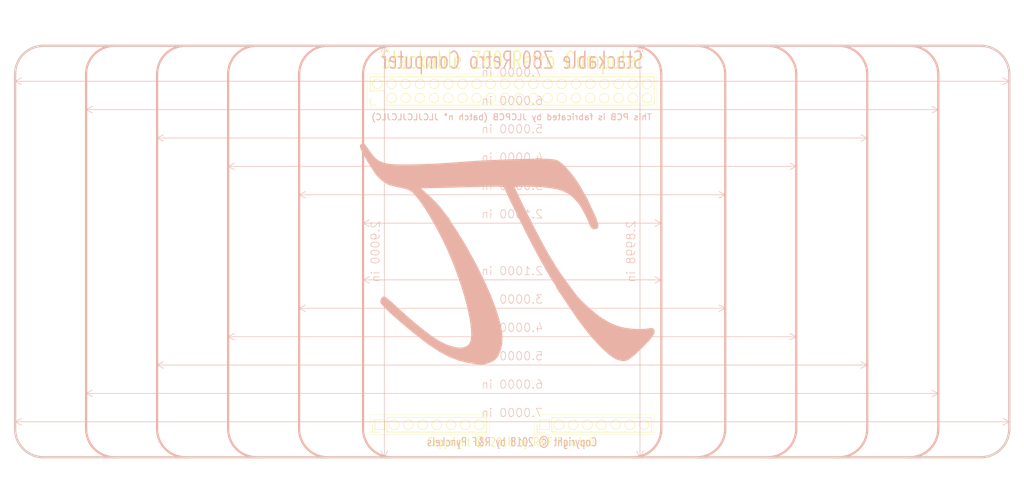
<source format=kicad_pcb>
(kicad_pcb (version 20171130) (host pcbnew "(5.0.0)")

  (general
    (thickness 1.6)
    (drawings 197)
    (tracks 0)
    (zones 0)
    (modules 21)
    (nets 1)
  )

  (page A4)
  (title_block
    (title "S80 - Stackable Z80")
    (date 2018-10-22)
    (rev 1.0)
    (comment 1 "Copyright (c) 2018 by R&F Pynckels")
  )

  (layers
    (0 F.Cu signal)
    (31 B.Cu signal)
    (34 B.Paste user)
    (35 F.Paste user)
    (36 B.SilkS user)
    (37 F.SilkS user)
    (38 B.Mask user)
    (39 F.Mask user)
    (40 Dwgs.User user)
    (44 Edge.Cuts user)
    (45 Margin user)
    (46 B.CrtYd user)
    (47 F.CrtYd user)
    (48 B.Fab user)
    (49 F.Fab user)
  )

  (setup
    (last_trace_width 0.1524)
    (user_trace_width 0.254)
    (user_trace_width 0.254)
    (user_trace_width 0.254)
    (user_trace_width 0.254)
    (user_trace_width 0.254)
    (user_trace_width 0.254)
    (user_trace_width 0.254)
    (user_trace_width 0.254)
    (user_trace_width 0.254)
    (user_trace_width 0.254)
    (user_trace_width 0.254)
    (user_trace_width 0.254)
    (user_trace_width 0.254)
    (user_trace_width 0.254)
    (user_trace_width 0.254)
    (user_trace_width 0.254)
    (user_trace_width 0.254)
    (user_trace_width 0.254)
    (user_trace_width 0.254)
    (user_trace_width 0.254)
    (trace_clearance 0.1524)
    (zone_clearance 0.1524)
    (zone_45_only yes)
    (trace_min 0.1524)
    (segment_width 0.2)
    (edge_width 0.2)
    (via_size 0.6858)
    (via_drill 0.3302)
    (via_min_size 0.508)
    (via_min_drill 0.254)
    (uvia_size 0.6858)
    (uvia_drill 0.3302)
    (uvias_allowed no)
    (uvia_min_size 0.2)
    (uvia_min_drill 0.1)
    (pcb_text_width 0.3)
    (pcb_text_size 1.5 1.5)
    (mod_edge_width 0.15)
    (mod_text_size 1 1)
    (mod_text_width 0.15)
    (pad_size 1.7 1.7)
    (pad_drill 1)
    (pad_to_mask_clearance 0.0508)
    (aux_axis_origin 0 0)
    (visible_elements 7FFFF77F)
    (pcbplotparams
      (layerselection 0x010f0_ffffffff)
      (usegerberextensions true)
      (usegerberattributes true)
      (usegerberadvancedattributes false)
      (creategerberjobfile false)
      (excludeedgelayer true)
      (linewidth 0.150000)
      (plotframeref false)
      (viasonmask false)
      (mode 1)
      (useauxorigin false)
      (hpglpennumber 1)
      (hpglpenspeed 20)
      (hpglpendiameter 15.000000)
      (psnegative false)
      (psa4output false)
      (plotreference true)
      (plotvalue true)
      (plotinvisibletext false)
      (padsonsilk false)
      (subtractmaskfromsilk false)
      (outputformat 1)
      (mirror false)
      (drillshape 0)
      (scaleselection 1)
      (outputdirectory "../../Gerbers/S80 Serial/"))
  )

  (net 0 "")

  (net_class Default "This is the default net class."
    (clearance 0.1524)
    (trace_width 0.1524)
    (via_dia 0.6858)
    (via_drill 0.3302)
    (uvia_dia 0.6858)
    (uvia_drill 0.3302)
    (diff_pair_gap 0.254)
    (diff_pair_width 0.254)
  )

  (module Pynckels:MountingHole_3.2mm_M3 (layer F.Cu) (tedit 5B69AE9A) (tstamp 5B4B5E50)
    (at 78.74 71.12)
    (descr "Mounting Hole 3.2mm, no annular, M3")
    (tags "mounting hole 3.2mm no annular m3")
    (attr virtual)
    (fp_text reference REF** (at 0 -4.2) (layer F.SilkS) hide
      (effects (font (size 1 1) (thickness 0.15)))
    )
    (fp_text value MountingHole_3.2mm_M3 (at 0 4.2) (layer F.Fab) hide
      (effects (font (size 1 1) (thickness 0.15)))
    )
    (fp_circle (center 0 0) (end 3.45 0) (layer F.CrtYd) (width 0.05))
    (fp_text user %R (at 0.3 0) (layer F.Fab) hide
      (effects (font (size 1 1) (thickness 0.15)))
    )
    (pad 1 np_thru_hole circle (at 0 0) (size 3.2 3.2) (drill 3.2) (layers *.Cu *.Mask))
  )

  (module Pynckels:MountingHole_3.2mm_M3 (layer F.Cu) (tedit 5B69A9B9) (tstamp 5B4B6034)
    (at 233.68 137.16)
    (descr "Mounting Hole 3.2mm, no annular, M3")
    (tags "mounting hole 3.2mm no annular m3")
    (attr virtual)
    (fp_text reference REF** (at 0 -4.2) (layer F.SilkS) hide
      (effects (font (size 1 1) (thickness 0.15)))
    )
    (fp_text value MountingHole_3.2mm_M3 (at 0 4.2) (layer F.Fab) hide
      (effects (font (size 1 1) (thickness 0.15)))
    )
    (fp_circle (center 0 0) (end 3.45 0) (layer F.CrtYd) (width 0.05))
    (fp_text user %R (at 0.3 0) (layer F.Fab) hide
      (effects (font (size 1 1) (thickness 0.15)))
    )
    (pad 1 np_thru_hole circle (at 0 0) (size 3.2 3.2) (drill 3.2) (layers *.Cu *.Mask))
  )

  (module Pynckels:MountingHole_3.2mm_M3 (layer F.Cu) (tedit 5B69A9B0) (tstamp 5B4B5EF0)
    (at 220.98 137.16)
    (descr "Mounting Hole 3.2mm, no annular, M3")
    (tags "mounting hole 3.2mm no annular m3")
    (attr virtual)
    (fp_text reference REF** (at 0 -4.2) (layer F.SilkS) hide
      (effects (font (size 1 1) (thickness 0.15)))
    )
    (fp_text value MountingHole_3.2mm_M3 (at 0 4.2) (layer F.Fab) hide
      (effects (font (size 1 1) (thickness 0.15)))
    )
    (fp_circle (center 0 0) (end 3.45 0) (layer F.CrtYd) (width 0.05))
    (fp_text user %R (at 0.3 0) (layer F.Fab) hide
      (effects (font (size 1 1) (thickness 0.15)))
    )
    (pad 1 np_thru_hole circle (at 0 0) (size 3.2 3.2) (drill 3.2) (layers *.Cu *.Mask))
  )

  (module Pynckels:MountingHole_3.2mm_M3 (layer F.Cu) (tedit 5B69A9A9) (tstamp 5B4B5EE7)
    (at 208.28 137.16)
    (descr "Mounting Hole 3.2mm, no annular, M3")
    (tags "mounting hole 3.2mm no annular m3")
    (attr virtual)
    (fp_text reference REF** (at 0 -4.2) (layer F.SilkS) hide
      (effects (font (size 1 1) (thickness 0.15)))
    )
    (fp_text value MountingHole_3.2mm_M3 (at 0 4.2) (layer F.Fab) hide
      (effects (font (size 1 1) (thickness 0.15)))
    )
    (fp_circle (center 0 0) (end 3.45 0) (layer F.CrtYd) (width 0.05))
    (fp_text user %R (at 0.3 0) (layer F.Fab) hide
      (effects (font (size 1 1) (thickness 0.15)))
    )
    (pad 1 np_thru_hole circle (at 0 0) (size 3.2 3.2) (drill 3.2) (layers *.Cu *.Mask))
  )

  (module Pynckels:MountingHole_3.2mm_M3 (layer F.Cu) (tedit 5B69A998) (tstamp 5B4B5EDE)
    (at 195.58 137.16)
    (descr "Mounting Hole 3.2mm, no annular, M3")
    (tags "mounting hole 3.2mm no annular m3")
    (attr virtual)
    (fp_text reference REF** (at 0 -4.2) (layer F.SilkS) hide
      (effects (font (size 1 1) (thickness 0.15)))
    )
    (fp_text value MountingHole_3.2mm_M3 (at 0 4.2) (layer F.Fab) hide
      (effects (font (size 1 1) (thickness 0.15)))
    )
    (fp_circle (center 0 0) (end 3.45 0) (layer F.CrtYd) (width 0.05))
    (fp_text user %R (at 0.3 0) (layer F.Fab) hide
      (effects (font (size 1 1) (thickness 0.15)))
    )
    (pad 1 np_thru_hole circle (at 0 0) (size 3.2 3.2) (drill 3.2) (layers *.Cu *.Mask))
  )

  (module Pynckels:MountingHole_3.2mm_M3 (layer F.Cu) (tedit 5B69A99C) (tstamp 5B4B5ED5)
    (at 182.88 137.16)
    (descr "Mounting Hole 3.2mm, no annular, M3")
    (tags "mounting hole 3.2mm no annular m3")
    (attr virtual)
    (fp_text reference REF** (at 0 -4.2) (layer F.SilkS) hide
      (effects (font (size 1 1) (thickness 0.15)))
    )
    (fp_text value MountingHole_3.2mm_M3 (at 0 4.2) (layer F.Fab) hide
      (effects (font (size 1 1) (thickness 0.15)))
    )
    (fp_circle (center 0 0) (end 3.45 0) (layer F.CrtYd) (width 0.05))
    (fp_text user %R (at 0.3 0) (layer F.Fab) hide
      (effects (font (size 1 1) (thickness 0.15)))
    )
    (pad 1 np_thru_hole circle (at 0 0) (size 3.2 3.2) (drill 3.2) (layers *.Cu *.Mask))
  )

  (module Pynckels:MountingHole_3.2mm_M3 (layer F.Cu) (tedit 5B69A98C) (tstamp 5B4B5EBA)
    (at 116.84 137.16)
    (descr "Mounting Hole 3.2mm, no annular, M3")
    (tags "mounting hole 3.2mm no annular m3")
    (attr virtual)
    (fp_text reference REF** (at 0 -4.2) (layer F.SilkS) hide
      (effects (font (size 1 1) (thickness 0.15)))
    )
    (fp_text value MountingHole_3.2mm_M3 (at 0 4.2) (layer F.Fab) hide
      (effects (font (size 1 1) (thickness 0.15)))
    )
    (fp_circle (center 0 0) (end 3.45 0) (layer F.CrtYd) (width 0.05))
    (fp_text user %R (at 0.3 0) (layer F.Fab) hide
      (effects (font (size 1 1) (thickness 0.15)))
    )
    (pad 1 np_thru_hole circle (at 0 0) (size 3.2 3.2) (drill 3.2) (layers *.Cu *.Mask))
  )

  (module Pynckels:MountingHole_3.2mm_M3 (layer F.Cu) (tedit 5B69A988) (tstamp 5B4B5EB1)
    (at 104.14 137.16)
    (descr "Mounting Hole 3.2mm, no annular, M3")
    (tags "mounting hole 3.2mm no annular m3")
    (attr virtual)
    (fp_text reference REF** (at 0 -4.2) (layer F.SilkS) hide
      (effects (font (size 1 1) (thickness 0.15)))
    )
    (fp_text value MountingHole_3.2mm_M3 (at 0 4.2) (layer F.Fab) hide
      (effects (font (size 1 1) (thickness 0.15)))
    )
    (fp_circle (center 0 0) (end 3.45 0) (layer F.CrtYd) (width 0.05))
    (fp_text user %R (at 0.3 0) (layer F.Fab) hide
      (effects (font (size 1 1) (thickness 0.15)))
    )
    (pad 1 np_thru_hole circle (at 0 0) (size 3.2 3.2) (drill 3.2) (layers *.Cu *.Mask))
  )

  (module Pynckels:MountingHole_3.2mm_M3 (layer F.Cu) (tedit 5B69A984) (tstamp 5B4B5EA8)
    (at 91.44 137.16)
    (descr "Mounting Hole 3.2mm, no annular, M3")
    (tags "mounting hole 3.2mm no annular m3")
    (attr virtual)
    (fp_text reference REF** (at 0 -4.2) (layer F.SilkS) hide
      (effects (font (size 1 1) (thickness 0.15)))
    )
    (fp_text value MountingHole_3.2mm_M3 (at 0 4.2) (layer F.Fab) hide
      (effects (font (size 1 1) (thickness 0.15)))
    )
    (fp_circle (center 0 0) (end 3.45 0) (layer F.CrtYd) (width 0.05))
    (fp_text user %R (at 0.3 0) (layer F.Fab) hide
      (effects (font (size 1 1) (thickness 0.15)))
    )
    (pad 1 np_thru_hole circle (at 0 0) (size 3.2 3.2) (drill 3.2) (layers *.Cu *.Mask))
  )

  (module Pynckels:MountingHole_3.2mm_M3 (layer F.Cu) (tedit 5B69A980) (tstamp 5B4B5E9F)
    (at 78.74 137.16)
    (descr "Mounting Hole 3.2mm, no annular, M3")
    (tags "mounting hole 3.2mm no annular m3")
    (attr virtual)
    (fp_text reference REF** (at 0 -4.2) (layer F.SilkS) hide
      (effects (font (size 1 1) (thickness 0.15)))
    )
    (fp_text value MountingHole_3.2mm_M3 (at 0 4.2) (layer F.Fab) hide
      (effects (font (size 1 1) (thickness 0.15)))
    )
    (fp_circle (center 0 0) (end 3.45 0) (layer F.CrtYd) (width 0.05))
    (fp_text user %R (at 0.3 0) (layer F.Fab) hide
      (effects (font (size 1 1) (thickness 0.15)))
    )
    (pad 1 np_thru_hole circle (at 0 0) (size 3.2 3.2) (drill 3.2) (layers *.Cu *.Mask))
  )

  (module Pynckels:MountingHole_3.2mm_M3 (layer F.Cu) (tedit 5B69A97C) (tstamp 5B4B609A)
    (at 66.04 137.16)
    (descr "Mounting Hole 3.2mm, no annular, M3")
    (tags "mounting hole 3.2mm no annular m3")
    (attr virtual)
    (fp_text reference REF** (at 0 -4.2) (layer F.SilkS) hide
      (effects (font (size 1 1) (thickness 0.15)))
    )
    (fp_text value MountingHole_3.2mm_M3 (at 0 4.2) (layer F.Fab) hide
      (effects (font (size 1 1) (thickness 0.15)))
    )
    (fp_circle (center 0 0) (end 3.45 0) (layer F.CrtYd) (width 0.05))
    (fp_text user %R (at 0.3 0) (layer F.Fab) hide
      (effects (font (size 1 1) (thickness 0.15)))
    )
    (pad 1 np_thru_hole circle (at 0 0) (size 3.2 3.2) (drill 3.2) (layers *.Cu *.Mask))
  )

  (module Pynckels:MountingHole_3.2mm_M3 (layer F.Cu) (tedit 5B69AE71) (tstamp 5B4B603B)
    (at 233.68 71.12)
    (descr "Mounting Hole 3.2mm, no annular, M3")
    (tags "mounting hole 3.2mm no annular m3")
    (attr virtual)
    (fp_text reference REF** (at 0 -4.2) (layer F.SilkS) hide
      (effects (font (size 1 1) (thickness 0.15)))
    )
    (fp_text value MountingHole_3.2mm_M3 (at 0 4.2) (layer F.Fab) hide
      (effects (font (size 1 1) (thickness 0.15)))
    )
    (fp_circle (center 0 0) (end 3.45 0) (layer F.CrtYd) (width 0.05))
    (fp_text user %R (at 0.3 0) (layer F.Fab) hide
      (effects (font (size 1 1) (thickness 0.15)))
    )
    (pad 1 np_thru_hole circle (at 0 0) (size 3.2 3.2) (drill 3.2) (layers *.Cu *.Mask))
  )

  (module Pynckels:MountingHole_3.2mm_M3 (layer F.Cu) (tedit 5B69AE76) (tstamp 5B4B5E96)
    (at 220.98 71.12)
    (descr "Mounting Hole 3.2mm, no annular, M3")
    (tags "mounting hole 3.2mm no annular m3")
    (attr virtual)
    (fp_text reference REF** (at 0 -4.2) (layer F.SilkS) hide
      (effects (font (size 1 1) (thickness 0.15)))
    )
    (fp_text value MountingHole_3.2mm_M3 (at 0 4.2) (layer F.Fab) hide
      (effects (font (size 1 1) (thickness 0.15)))
    )
    (fp_circle (center 0 0) (end 3.45 0) (layer F.CrtYd) (width 0.05))
    (fp_text user %R (at 0.3 0) (layer F.Fab) hide
      (effects (font (size 1 1) (thickness 0.15)))
    )
    (pad 1 np_thru_hole circle (at 0 0) (size 3.2 3.2) (drill 3.2) (layers *.Cu *.Mask))
  )

  (module Pynckels:MountingHole_3.2mm_M3 (layer F.Cu) (tedit 5B69AE7A) (tstamp 5B4B5E8D)
    (at 208.28 71.12)
    (descr "Mounting Hole 3.2mm, no annular, M3")
    (tags "mounting hole 3.2mm no annular m3")
    (attr virtual)
    (fp_text reference REF** (at 0 -4.2) (layer F.SilkS) hide
      (effects (font (size 1 1) (thickness 0.15)))
    )
    (fp_text value MountingHole_3.2mm_M3 (at 0 4.2) (layer F.Fab) hide
      (effects (font (size 1 1) (thickness 0.15)))
    )
    (fp_circle (center 0 0) (end 3.45 0) (layer F.CrtYd) (width 0.05))
    (fp_text user %R (at 0.3 0) (layer F.Fab) hide
      (effects (font (size 1 1) (thickness 0.15)))
    )
    (pad 1 np_thru_hole circle (at 0 0) (size 3.2 3.2) (drill 3.2) (layers *.Cu *.Mask))
  )

  (module Pynckels:MountingHole_3.2mm_M3 (layer F.Cu) (tedit 5B69AE80) (tstamp 5B4B5E84)
    (at 195.58 71.12)
    (descr "Mounting Hole 3.2mm, no annular, M3")
    (tags "mounting hole 3.2mm no annular m3")
    (attr virtual)
    (fp_text reference REF** (at 0 -4.2) (layer F.SilkS) hide
      (effects (font (size 1 1) (thickness 0.15)))
    )
    (fp_text value MountingHole_3.2mm_M3 (at 0 4.2) (layer F.Fab) hide
      (effects (font (size 1 1) (thickness 0.15)))
    )
    (fp_circle (center 0 0) (end 3.45 0) (layer F.CrtYd) (width 0.05))
    (fp_text user %R (at 0.3 0) (layer F.Fab) hide
      (effects (font (size 1 1) (thickness 0.15)))
    )
    (pad 1 np_thru_hole circle (at 0 0) (size 3.2 3.2) (drill 3.2) (layers *.Cu *.Mask))
  )

  (module Pynckels:MountingHole_3.2mm_M3 (layer F.Cu) (tedit 5B69AE84) (tstamp 5B4B5E7B)
    (at 182.88 71.12)
    (descr "Mounting Hole 3.2mm, no annular, M3")
    (tags "mounting hole 3.2mm no annular m3")
    (attr virtual)
    (fp_text reference REF** (at 0 -4.2) (layer F.SilkS) hide
      (effects (font (size 1 1) (thickness 0.15)))
    )
    (fp_text value MountingHole_3.2mm_M3 (at 0 4.2) (layer F.Fab) hide
      (effects (font (size 1 1) (thickness 0.15)))
    )
    (fp_circle (center 0 0) (end 3.45 0) (layer F.CrtYd) (width 0.05))
    (fp_text user %R (at 0.3 0) (layer F.Fab) hide
      (effects (font (size 1 1) (thickness 0.15)))
    )
    (pad 1 np_thru_hole circle (at 0 0) (size 3.2 3.2) (drill 3.2) (layers *.Cu *.Mask))
  )

  (module Pynckels:MountingHole_3.2mm_M3 (layer F.Cu) (tedit 5B69AE8B) (tstamp 5B4B5E72)
    (at 116.84 71.12)
    (descr "Mounting Hole 3.2mm, no annular, M3")
    (tags "mounting hole 3.2mm no annular m3")
    (attr virtual)
    (fp_text reference REF** (at 0 -4.2) (layer F.SilkS) hide
      (effects (font (size 1 1) (thickness 0.15)))
    )
    (fp_text value MountingHole_3.2mm_M3 (at 0 4.2) (layer F.Fab) hide
      (effects (font (size 1 1) (thickness 0.15)))
    )
    (fp_circle (center 0 0) (end 3.45 0) (layer F.CrtYd) (width 0.05))
    (fp_text user %R (at 0.3 0) (layer F.Fab) hide
      (effects (font (size 1 1) (thickness 0.15)))
    )
    (pad 1 np_thru_hole circle (at 0 0) (size 3.2 3.2) (drill 3.2) (layers *.Cu *.Mask))
  )

  (module Pynckels:MountingHole_3.2mm_M3 (layer F.Cu) (tedit 5B69AE8F) (tstamp 5B4B5E63)
    (at 104.14 71.12)
    (descr "Mounting Hole 3.2mm, no annular, M3")
    (tags "mounting hole 3.2mm no annular m3")
    (attr virtual)
    (fp_text reference REF** (at 0 -4.2) (layer F.SilkS) hide
      (effects (font (size 1 1) (thickness 0.15)))
    )
    (fp_text value MountingHole_3.2mm_M3 (at 0 4.2) (layer F.Fab) hide
      (effects (font (size 1 1) (thickness 0.15)))
    )
    (fp_circle (center 0 0) (end 3.45 0) (layer F.CrtYd) (width 0.05))
    (fp_text user %R (at 0.3 0) (layer F.Fab) hide
      (effects (font (size 1 1) (thickness 0.15)))
    )
    (pad 1 np_thru_hole circle (at 0 0) (size 3.2 3.2) (drill 3.2) (layers *.Cu *.Mask))
  )

  (module Pynckels:MountingHole_3.2mm_M3 (layer F.Cu) (tedit 5B69AE95) (tstamp 5B4B5E5A)
    (at 91.44 71.12)
    (descr "Mounting Hole 3.2mm, no annular, M3")
    (tags "mounting hole 3.2mm no annular m3")
    (attr virtual)
    (fp_text reference REF** (at 0 -4.2) (layer F.SilkS) hide
      (effects (font (size 1 1) (thickness 0.15)))
    )
    (fp_text value MountingHole_3.2mm_M3 (at 0 4.2) (layer F.Fab) hide
      (effects (font (size 1 1) (thickness 0.15)))
    )
    (fp_circle (center 0 0) (end 3.45 0) (layer F.CrtYd) (width 0.05))
    (fp_text user %R (at 0.3 0) (layer F.Fab) hide
      (effects (font (size 1 1) (thickness 0.15)))
    )
    (pad 1 np_thru_hole circle (at 0 0) (size 3.2 3.2) (drill 3.2) (layers *.Cu *.Mask))
  )

  (module Pynckels:MountingHole_3.2mm_M3 (layer F.Cu) (tedit 5B69AE9F) (tstamp 5B4B6093)
    (at 66.04 71.12)
    (descr "Mounting Hole 3.2mm, no annular, M3")
    (tags "mounting hole 3.2mm no annular m3")
    (attr virtual)
    (fp_text reference REF** (at 0 -4.2) (layer F.SilkS) hide
      (effects (font (size 1 1) (thickness 0.15)))
    )
    (fp_text value MountingHole_3.2mm_M3 (at 0 4.2) (layer F.Fab) hide
      (effects (font (size 1 1) (thickness 0.15)))
    )
    (fp_circle (center 0 0) (end 3.45 0) (layer F.CrtYd) (width 0.05))
    (fp_text user %R (at 0.3 0) (layer F.Fab) hide
      (effects (font (size 1 1) (thickness 0.15)))
    )
    (pad 1 np_thru_hole circle (at 0 0) (size 3.2 3.2) (drill 3.2) (layers *.Cu *.Mask))
  )

  (module Pynckels:pi (layer B.Cu) (tedit 0) (tstamp 5B6C2C08)
    (at 149.79142 104.14 180)
    (fp_text reference G*** (at 0 0 180) (layer B.SilkS) hide
      (effects (font (size 1.524 1.524) (thickness 0.3)) (justify mirror))
    )
    (fp_text value LOGO (at 0.75 0 180) (layer B.SilkS) hide
      (effects (font (size 1.524 1.524) (thickness 0.3)) (justify mirror))
    )
    (fp_poly (pts (xy 26.685906 19.414938) (xy 26.948481 19.23181) (xy 27.132005 19.022302) (xy 27.178549 18.825269)
      (xy 27.095306 18.524708) (xy 27.00644 18.297296) (xy 26.811077 17.884526) (xy 26.487382 17.282321)
      (xy 26.072608 16.554261) (xy 25.604006 15.763927) (xy 25.11883 14.974897) (xy 24.654332 14.250753)
      (xy 24.498601 14.017081) (xy 23.842557 13.229348) (xy 23.021589 12.514116) (xy 22.252807 12.029422)
      (xy 21.885388 11.890209) (xy 21.314411 11.727419) (xy 20.634669 11.566681) (xy 20.259524 11.490476)
      (xy 19.569141 11.344461) (xy 18.9451 11.186717) (xy 18.478309 11.0414) (xy 18.321349 10.975428)
      (xy 17.816484 10.605742) (xy 17.218235 9.984089) (xy 16.544081 9.13983) (xy 15.811502 8.102323)
      (xy 15.037979 6.900926) (xy 14.240991 5.564999) (xy 13.438019 4.1239) (xy 12.64654 2.606987)
      (xy 11.884037 1.04362) (xy 11.167988 -0.536843) (xy 10.515874 -2.105043) (xy 10.48146 -2.192262)
      (xy 9.741499 -4.158218) (xy 9.087659 -6.067576) (xy 8.524871 -7.896355) (xy 8.058068 -9.620577)
      (xy 7.692178 -11.216263) (xy 7.432134 -12.659435) (xy 7.282866 -13.926113) (xy 7.249305 -14.99232)
      (xy 7.336383 -15.834076) (xy 7.549029 -16.427403) (xy 7.552858 -16.433729) (xy 8.004044 -16.899566)
      (xy 8.642916 -17.156394) (xy 9.444135 -17.209807) (xy 10.382364 -17.065399) (xy 11.432264 -16.728766)
      (xy 12.568497 -16.205502) (xy 13.765725 -15.501201) (xy 14.687093 -14.858532) (xy 15.751082 -14.036194)
      (xy 16.951509 -13.057708) (xy 18.21544 -11.98509) (xy 19.469939 -10.880359) (xy 20.64207 -9.805531)
      (xy 20.757483 -9.696851) (xy 21.398659 -9.107935) (xy 21.970325 -8.614122) (xy 22.43159 -8.248587)
      (xy 22.741563 -8.044503) (xy 22.832867 -8.013095) (xy 23.16404 -8.146618) (xy 23.41473 -8.477642)
      (xy 23.522869 -8.901847) (xy 23.499841 -9.134147) (xy 23.340412 -9.398955) (xy 22.970416 -9.822602)
      (xy 22.419073 -10.379705) (xy 21.715599 -11.044881) (xy 20.889215 -11.792749) (xy 19.969138 -12.597926)
      (xy 18.984586 -13.435029) (xy 17.964779 -14.278677) (xy 16.938935 -15.103487) (xy 15.936273 -15.884076)
      (xy 14.98601 -16.595062) (xy 14.548557 -16.910208) (xy 12.80971 -18.039533) (xy 11.122715 -18.910889)
      (xy 9.430118 -19.54824) (xy 7.674466 -19.97555) (xy 6.906024 -20.097938) (xy 6.107417 -20.196996)
      (xy 5.518884 -20.238157) (xy 5.053383 -20.21969) (xy 4.623867 -20.139861) (xy 4.296188 -20.045973)
      (xy 3.505356 -19.734203) (xy 2.910699 -19.328023) (xy 2.460364 -18.770007) (xy 2.102498 -18.002731)
      (xy 1.904467 -17.397261) (xy 1.711912 -16.467057) (xy 1.662215 -15.442706) (xy 1.760143 -14.295446)
      (xy 2.010462 -12.996513) (xy 2.417937 -11.517142) (xy 2.987335 -9.82857) (xy 3.296507 -8.995833)
      (xy 3.602932 -8.221955) (xy 3.980056 -7.317477) (xy 4.390681 -6.36728) (xy 4.797612 -5.456242)
      (xy 5.163653 -4.669245) (xy 5.416663 -4.157738) (xy 5.695132 -3.607673) (xy 5.974648 -3.035402)
      (xy 6.016046 -2.948214) (xy 6.211632 -2.558376) (xy 6.509678 -1.993249) (xy 6.863455 -1.340558)
      (xy 7.103262 -0.907143) (xy 7.493001 -0.208132) (xy 7.884153 0.494974) (xy 8.218927 1.098223)
      (xy 8.364116 1.360714) (xy 8.675322 1.896582) (xy 8.992546 2.39926) (xy 9.174041 2.660105)
      (xy 9.399793 2.984682) (xy 9.519301 3.202602) (xy 9.525 3.228183) (xy 9.605582 3.388097)
      (xy 9.822279 3.73645) (xy 10.137517 4.21416) (xy 10.356547 4.535715) (xy 10.713292 5.066677)
      (xy 10.993462 5.508446) (xy 11.159247 5.800037) (xy 11.188095 5.876802) (xy 11.291762 6.073436)
      (xy 11.424246 6.206582) (xy 11.628699 6.431349) (xy 11.926224 6.821789) (xy 12.212513 7.234368)
      (xy 12.674844 7.837741) (xy 13.355976 8.592508) (xy 14.230242 9.472106) (xy 15.271974 10.449974)
      (xy 15.648214 10.789791) (xy 16.252976 11.331104) (xy 15.345833 11.332035) (xy 14.999422 11.336508)
      (xy 14.388088 11.348893) (xy 13.549163 11.368258) (xy 12.519976 11.393672) (xy 11.337857 11.424202)
      (xy 10.040135 11.458916) (xy 8.664141 11.496883) (xy 8.060612 11.513894) (xy 6.368459 11.559439)
      (xy 4.960387 11.591693) (xy 3.818391 11.610692) (xy 2.924464 11.616469) (xy 2.260601 11.609061)
      (xy 1.808796 11.588501) (xy 1.551042 11.554825) (xy 1.479859 11.52662) (xy 1.300204 11.281033)
      (xy 1.110426 10.88456) (xy 1.071654 10.781887) (xy 0.951343 10.498229) (xy 0.714127 9.984259)
      (xy 0.37948 9.279545) (xy -0.033128 8.423654) (xy -0.504223 7.456156) (xy -1.014334 6.416617)
      (xy -1.543988 5.344607) (xy -2.073713 4.279694) (xy -2.584036 3.261446) (xy -3.055487 2.329431)
      (xy -3.468592 1.523218) (xy -3.750676 0.982738) (xy -4.2906 -0.027212) (xy -4.859243 -1.069919)
      (xy -5.432873 -2.103776) (xy -5.987758 -3.087176) (xy -6.500167 -3.978511) (xy -6.946366 -4.736175)
      (xy -7.302624 -5.318559) (xy -7.54521 -5.684056) (xy -7.578187 -5.727709) (xy -7.780448 -6.022813)
      (xy -7.861905 -6.214778) (xy -7.94 -6.403437) (xy -8.13965 -6.747085) (xy -8.295515 -6.988139)
      (xy -8.520715 -7.325528) (xy -8.87627 -7.859851) (xy -9.325531 -8.535961) (xy -9.831853 -9.298712)
      (xy -10.274702 -9.966417) (xy -11.567826 -11.850388) (xy -12.838882 -13.572147) (xy -14.071777 -15.11364)
      (xy -15.25042 -16.456813) (xy -16.358719 -17.583612) (xy -17.380582 -18.475984) (xy -18.299916 -19.115874)
      (xy -18.556026 -19.257302) (xy -19.033668 -19.442736) (xy -19.592383 -19.581347) (xy -19.703474 -19.598924)
      (xy -20.100505 -19.615996) (xy -20.489744 -19.536618) (xy -20.913615 -19.335581) (xy -21.414544 -18.987673)
      (xy -22.034957 -18.467683) (xy -22.817278 -17.7504) (xy -22.822608 -17.745392) (xy -23.828437 -16.763586)
      (xy -24.61047 -15.920201) (xy -25.161842 -15.223718) (xy -25.475691 -14.682617) (xy -25.551191 -14.373758)
      (xy -25.488213 -13.959727) (xy -25.272079 -13.739368) (xy -24.861984 -13.692758) (xy -24.326327 -13.775747)
      (xy -23.586623 -13.867181) (xy -22.656299 -13.883656) (xy -21.636002 -13.831443) (xy -20.62638 -13.71681)
      (xy -19.728078 -13.546028) (xy -19.451562 -13.472079) (xy -18.590907 -13.189892) (xy -17.812313 -12.863036)
      (xy -17.017305 -12.443911) (xy -16.107407 -11.884915) (xy -15.930317 -11.770008) (xy -15.379065 -11.371734)
      (xy -14.7091 -10.82923) (xy -13.976458 -10.194216) (xy -13.237172 -9.518413) (xy -12.547278 -8.853539)
      (xy -11.962811 -8.251316) (xy -11.539807 -7.763463) (xy -11.433508 -7.619484) (xy -11.195417 -7.284476)
      (xy -10.837419 -6.795881) (xy -10.423238 -6.240352) (xy -10.266083 -6.031984) (xy -9.867078 -5.493691)
      (xy -9.422938 -4.876591) (xy -8.968067 -4.230756) (xy -8.536869 -3.606258) (xy -8.163749 -3.053167)
      (xy -7.883112 -2.621555) (xy -7.729361 -2.361492) (xy -7.710714 -2.312975) (xy -7.631401 -2.153381)
      (xy -7.435478 -1.853337) (xy -7.383779 -1.779802) (xy -7.070876 -1.296822) (xy -6.647216 -0.577837)
      (xy -6.13206 0.340158) (xy -5.544667 1.420166) (xy -4.904297 2.62519) (xy -4.230208 3.918235)
      (xy -3.541661 5.262304) (xy -2.857916 6.620401) (xy -2.198231 7.955529) (xy -1.581867 9.230693)
      (xy -1.028082 10.408895) (xy -0.947766 10.583334) (xy -0.496728 11.566072) (xy -1.873662 11.612831)
      (xy -2.557852 11.618745) (xy -3.435824 11.601253) (xy -4.400163 11.563686) (xy -5.343453 11.509375)
      (xy -5.449784 11.501916) (xy -6.940283 11.352604) (xy -8.182438 11.12304) (xy -9.224856 10.789997)
      (xy -10.116148 10.330248) (xy -10.904924 9.720567) (xy -11.639793 8.937727) (xy -12.118481 8.315476)
      (xy -12.418364 7.844811) (xy -12.784521 7.190084) (xy -13.168491 6.447003) (xy -13.521816 5.711276)
      (xy -13.796036 5.07861) (xy -13.898913 4.799137) (xy -14.181491 4.267483) (xy -14.583182 3.996206)
      (xy -15.047458 3.994043) (xy -15.317038 4.120134) (xy -15.464557 4.351094) (xy -15.484645 4.713544)
      (xy -15.371929 5.234101) (xy -15.121037 5.939386) (xy -14.726599 6.856015) (xy -14.275629 7.818746)
      (xy -13.996393 8.408408) (xy -13.774389 8.891907) (xy -13.637463 9.20772) (xy -13.607143 9.295857)
      (xy -13.53352 9.463839) (xy -13.348144 9.78807) (xy -13.252092 9.943778) (xy -12.9537 10.43881)
      (xy -12.631013 11.004176) (xy -12.530317 11.188095) (xy -11.938698 12.189173) (xy -11.252683 13.191356)
      (xy -10.515175 14.143549) (xy -9.769074 14.994652) (xy -9.057283 15.693568) (xy -8.422705 16.189198)
      (xy -8.239881 16.29818) (xy -7.844894 16.434447) (xy -7.2224 16.531183) (xy -6.339584 16.593037)
      (xy -6.086648 16.60316) (xy -5.350741 16.615643) (xy -4.36169 16.612105) (xy -3.168214 16.594239)
      (xy -1.819029 16.563741) (xy -0.362856 16.522305) (xy 1.151589 16.471626) (xy 2.675588 16.413398)
      (xy 4.160423 16.349316) (xy 5.557375 16.281076) (xy 6.817727 16.210371) (xy 7.89276 16.138895)
      (xy 8.391071 16.099556) (xy 10.176582 15.958869) (xy 11.963048 15.83922) (xy 13.716887 15.741476)
      (xy 15.404514 15.666501) (xy 16.992347 15.615161) (xy 18.446803 15.58832) (xy 19.734296 15.586843)
      (xy 20.821245 15.611596) (xy 21.674066 15.663443) (xy 22.255356 15.742438) (xy 23.062117 15.954938)
      (xy 23.720746 16.241838) (xy 24.29317 16.650455) (xy 24.84132 17.228103) (xy 25.427122 18.022101)
      (xy 25.623737 18.316054) (xy 25.957777 18.8045) (xy 26.247017 19.193243) (xy 26.438679 19.412153)
      (xy 26.46247 19.430533) (xy 26.685906 19.414938)) (layer B.SilkS) (width 0.01))
  )

  (gr_line (start 127.4826 133.8392) (end 127.4826 136.4554) (layer F.SilkS) (width 0.1) (tstamp 5B4CA403))
  (gr_line (start 127.4826 133.8392) (end 145.3134 133.8646) (layer F.SilkS) (width 0.1) (tstamp 5B4CA402))
  (gr_line (start 126.1872 136.4808) (end 124.8664 136.4808) (layer F.SilkS) (width 0.1) (tstamp 5B4CA401))
  (gr_line (start 145.3134 133.8646) (end 145.3134 136.4808) (layer F.SilkS) (width 0.1) (tstamp 5B4CA400))
  (gr_line (start 124.8664 136.4808) (end 124.8664 135.16) (layer F.SilkS) (width 0.1) (tstamp 5B4CA3FF))
  (gr_line (start 145.7706 133.382) (end 124.4346 133.382) (layer F.SilkS) (width 0.05) (tstamp 5B4CA3FE))
  (gr_line (start 145.7706 136.938) (end 145.7706 133.382) (layer F.SilkS) (width 0.05) (tstamp 5B4CA3FD))
  (gr_line (start 145.3134 136.4808) (end 127.4826 136.4554) (layer F.SilkS) (width 0.1) (tstamp 5B4CA3FC))
  (gr_circle (center 131.2926 135.16) (end 132.1054 134.8806) (layer F.SilkS) (width 0.1) (tstamp 5B4CA3FB))
  (gr_circle (center 141.4526 135.16) (end 140.9192 134.4488) (layer F.SilkS) (width 0.1) (tstamp 5B4CA3FA))
  (gr_circle (center 143.9926 135.16) (end 143.129 135.1854) (layer F.SilkS) (width 0.1) (tstamp 5B4CA3F9))
  (gr_circle (center 136.3472 135.16) (end 135.5852 134.7282) (layer F.SilkS) (width 0.1) (tstamp 5B4CA3F8))
  (gr_line (start 124.4346 136.938) (end 145.7706 136.938) (layer F.SilkS) (width 0.05) (tstamp 5B4CA3F7))
  (gr_circle (center 138.9126 135.1346) (end 138.2268 134.6266) (layer F.SilkS) (width 0.1) (tstamp 5B4CA3F6))
  (gr_line (start 127.0762 136.0236) (end 127.0762 134.2964) (layer F.SilkS) (width 0.1) (tstamp 5B4CA3F5))
  (gr_line (start 127.0762 134.2964) (end 125.3236 134.2964) (layer F.SilkS) (width 0.1) (tstamp 5B4CA3F4))
  (gr_line (start 125.3236 134.2964) (end 125.3236 136.0236) (layer F.SilkS) (width 0.1) (tstamp 5B4CA3F3))
  (gr_circle (center 133.858 135.16) (end 133.1722 134.6012) (layer F.SilkS) (width 0.1) (tstamp 5B4CA3F2))
  (gr_line (start 125.3236 136.0236) (end 127.0762 136.0236) (layer F.SilkS) (width 0.1) (tstamp 5B4CA3F1))
  (gr_circle (center 128.778 135.16) (end 128.016 134.7028) (layer F.SilkS) (width 0.1) (tstamp 5B4CA3F0))
  (gr_line (start 124.4346 133.382) (end 124.4346 136.938) (layer F.SilkS) (width 0.05) (tstamp 5B4CA3EF))
  (dimension 73.654524 (width 0.1) (layer B.SilkS)
    (gr_text "2.8998 in" (at 171.014524 104.142738 270) (layer B.SilkS)
      (effects (font (size 1.5 1.5) (thickness 0.1)) (justify mirror))
    )
    (feature1 (pts (xy 175.26 140.97) (xy 172.128103 140.97)))
    (feature2 (pts (xy 175.26 67.315476) (xy 172.128103 67.315476)))
    (crossbar (pts (xy 172.714524 67.315476) (xy 172.714524 140.97)))
    (arrow1a (pts (xy 172.714524 140.97) (xy 172.128103 139.843496)))
    (arrow1b (pts (xy 172.714524 140.97) (xy 173.300945 139.843496)))
    (arrow2a (pts (xy 172.714524 67.315476) (xy 172.128103 68.44198)))
    (arrow2b (pts (xy 172.714524 67.315476) (xy 173.300945 68.44198)))
  )
  (dimension 73.66 (width 0.1) (layer B.SilkS)
    (gr_text "73.660 mm" (at 128.7 104.14 90) (layer B.SilkS)
      (effects (font (size 1.5 1.5) (thickness 0.1)) (justify mirror))
    )
    (feature1 (pts (xy 124.46 67.31) (xy 127.586421 67.31)))
    (feature2 (pts (xy 124.46 140.97) (xy 127.586421 140.97)))
    (crossbar (pts (xy 127 140.97) (xy 127 67.31)))
    (arrow1a (pts (xy 127 67.31) (xy 127.586421 68.436504)))
    (arrow1b (pts (xy 127 67.31) (xy 126.413579 68.436504)))
    (arrow2a (pts (xy 127 140.97) (xy 127.586421 139.843496)))
    (arrow2b (pts (xy 127 140.97) (xy 126.413579 139.843496)))
  )
  (gr_text "Copyright © 2018 by R&F Pynckels" (at 149.82952 138.24712) (layer B.SilkS) (tstamp 5B4B6224)
    (effects (font (size 1.5 1.1) (thickness 0.15)) (justify mirror))
  )
  (gr_text "Stackable Z80 Retro Computer" (at 149.86 69.9102) (layer B.SilkS) (tstamp 5B69C1E5)
    (effects (font (size 3 2) (thickness 0.25)) (justify mirror))
  )
  (gr_text "Copyright © 2018 by R&F Pynckels" (at 149.82952 138.24712) (layer F.SilkS) (tstamp 5B4B612B)
    (effects (font (size 1.5 1.1) (thickness 0.15)))
  )
  (gr_text "Stackable Z80 Retro Computer" (at 149.86 69.9102) (layer F.SilkS) (tstamp 5B69C1E2)
    (effects (font (size 3 2) (thickness 0.25)))
  )
  (dimension 177.8 (width 0.1) (layer B.SilkS)
    (gr_text "7.0 in" (at 149.86 132.52) (layer B.SilkS)
      (effects (font (size 1.5 1.5) (thickness 0.1)) (justify mirror))
    )
    (feature1 (pts (xy 60.96 134.62) (xy 60.96 134.033579)))
    (feature2 (pts (xy 238.76 134.62) (xy 238.76 134.033579)))
    (crossbar (pts (xy 238.76 134.62) (xy 60.96 134.62)))
    (arrow1a (pts (xy 60.96 134.62) (xy 62.086504 134.033579)))
    (arrow1b (pts (xy 60.96 134.62) (xy 62.086504 135.206421)))
    (arrow2a (pts (xy 238.76 134.62) (xy 237.633496 134.033579)))
    (arrow2b (pts (xy 238.76 134.62) (xy 237.633496 135.206421)))
  )
  (dimension 177.8 (width 0.1) (layer B.SilkS)
    (gr_text "177.8 mm" (at 149.86 75.76) (layer B.SilkS)
      (effects (font (size 1.5 1.5) (thickness 0.1)) (justify mirror))
    )
    (feature1 (pts (xy 238.76 73.66) (xy 238.76 74.246421)))
    (feature2 (pts (xy 60.96 73.66) (xy 60.96 74.246421)))
    (crossbar (pts (xy 60.96 73.66) (xy 238.76 73.66)))
    (arrow1a (pts (xy 238.76 73.66) (xy 237.633496 74.246421)))
    (arrow1b (pts (xy 238.76 73.66) (xy 237.633496 73.073579)))
    (arrow2a (pts (xy 60.96 73.66) (xy 62.086504 74.246421)))
    (arrow2b (pts (xy 60.96 73.66) (xy 62.086504 73.073579)))
  )
  (gr_line (start 233.68 67.31) (end 66.04 67.31) (layer B.SilkS) (width 0.4) (tstamp 5B69C1F8))
  (gr_line (start 233.68 140.97) (end 66.04 140.97) (layer B.SilkS) (width 0.4))
  (gr_arc (start 66.04 135.89) (end 60.96 135.89) (angle -90) (layer B.SilkS) (width 0.4) (tstamp 5B4B6056))
  (gr_arc (start 66.04 72.39) (end 66.04 67.31) (angle -90) (layer B.SilkS) (width 0.4) (tstamp 5B4B6055))
  (gr_line (start 60.96 72.39) (end 60.96 135.89) (layer B.SilkS) (width 0.4) (tstamp 5B4B6054))
  (gr_arc (start 233.68 135.89) (end 233.68 140.97) (angle -90) (layer B.SilkS) (width 0.4) (tstamp 5B4B6033))
  (gr_line (start 238.76 72.39) (end 238.76 135.89) (layer B.SilkS) (width 0.4) (tstamp 5B4B6032))
  (gr_arc (start 233.68 72.39) (end 238.76 72.39) (angle -90) (layer B.SilkS) (width 0.4) (tstamp 5B4B6031))
  (gr_circle (center 171.440233 76.66) (end 172.227633 76.3298) (layer F.SilkS) (width 0.1) (tstamp 5B4B6463))
  (gr_circle (center 140.960233 76.66) (end 141.747633 76.3298) (layer F.SilkS) (width 0.1) (tstamp 5B4B62EF))
  (gr_circle (center 156.200233 76.66) (end 156.987633 76.3298) (layer F.SilkS) (width 0.1) (tstamp 5B4B62ED))
  (gr_circle (center 173.974367 76.66) (end 174.761767 76.3298) (layer F.SilkS) (width 0.1) (tstamp 5B4B6169))
  (gr_circle (center 173.980233 74.12) (end 174.767633 73.7898) (layer F.SilkS) (width 0.1) (tstamp 5B4B6165))
  (gr_circle (center 171.440233 74.12) (end 172.227633 73.7898) (layer F.SilkS) (width 0.1) (tstamp 5B4B6163))
  (gr_circle (center 166.354367 74.12) (end 167.141767 73.7898) (layer F.SilkS) (width 0.1) (tstamp 5B4B6157))
  (gr_circle (center 161.254833 74.12) (end 162.042233 73.7898) (layer F.SilkS) (width 0.1) (tstamp 5B4B6156))
  (gr_circle (center 168.894367 76.66) (end 169.681767 76.3298) (layer F.SilkS) (width 0.1) (tstamp 5B4B6155))
  (gr_circle (center 166.328967 76.66) (end 167.116367 76.3298) (layer F.SilkS) (width 0.1) (tstamp 5B4B6154))
  (gr_circle (center 158.734367 76.66) (end 159.521767 76.3298) (layer F.SilkS) (width 0.1) (tstamp 5B4B6153))
  (gr_circle (center 163.820233 74.12) (end 164.607633 73.7898) (layer F.SilkS) (width 0.1) (tstamp 5B4B6152))
  (gr_circle (center 161.274367 76.66) (end 162.061767 76.3298) (layer F.SilkS) (width 0.1) (tstamp 5B4B6151))
  (gr_circle (center 163.814367 76.66) (end 164.601767 76.3298) (layer F.SilkS) (width 0.1) (tstamp 5B4B6150))
  (gr_circle (center 158.740233 74.12) (end 159.527633 73.7898) (layer F.SilkS) (width 0.1) (tstamp 5B4B614F))
  (gr_circle (center 168.894367 74.12) (end 169.681767 73.7898) (layer F.SilkS) (width 0.1) (tstamp 5B4B614E))
  (gr_circle (center 156.200233 74.12) (end 156.987633 73.7898) (layer F.SilkS) (width 0.1) (tstamp 5B4B614D))
  (gr_circle (center 151.088967 76.66) (end 151.876367 76.3298) (layer F.SilkS) (width 0.1) (tstamp 5B4B6141))
  (gr_circle (center 143.500233 74.12) (end 144.287633 73.7898) (layer F.SilkS) (width 0.1) (tstamp 5B4B6140))
  (gr_circle (center 143.494367 76.66) (end 144.281767 76.3298) (layer F.SilkS) (width 0.1) (tstamp 5B4B613F))
  (gr_circle (center 140.960233 74.12) (end 141.747633 73.7898) (layer F.SilkS) (width 0.1) (tstamp 5B4B613E))
  (gr_circle (center 153.654367 76.66) (end 154.441767 76.3298) (layer F.SilkS) (width 0.1) (tstamp 5B4B613D))
  (gr_circle (center 153.654367 74.12) (end 154.441767 73.7898) (layer F.SilkS) (width 0.1) (tstamp 5B4B613C))
  (gr_circle (center 146.014833 74.12) (end 146.802233 73.7898) (layer F.SilkS) (width 0.1) (tstamp 5B4B613B))
  (gr_circle (center 148.580233 74.12) (end 149.367633 73.7898) (layer F.SilkS) (width 0.1) (tstamp 5B4B613A))
  (gr_circle (center 146.034367 76.66) (end 146.821767 76.3298) (layer F.SilkS) (width 0.1) (tstamp 5B4B6139))
  (gr_circle (center 148.574367 76.66) (end 149.361767 76.3298) (layer F.SilkS) (width 0.1) (tstamp 5B4B6138))
  (gr_circle (center 151.114367 74.12) (end 151.901767 73.7898) (layer F.SilkS) (width 0.1) (tstamp 5B4B6137))
  (gr_circle (center 125.745633 74.12) (end 126.533033 73.7898) (layer F.SilkS) (width 0.1) (tstamp 5B4B5EC9))
  (gr_circle (center 128.285633 74.12) (end 129.073033 73.7898) (layer F.SilkS) (width 0.1) (tstamp 5B4B5EC7))
  (gr_circle (center 130.800233 74.12) (end 131.587633 73.7898) (layer F.SilkS) (width 0.1) (tstamp 5B4B5EC5))
  (gr_circle (center 133.365633 74.12) (end 134.153033 73.7898) (layer F.SilkS) (width 0.1) (tstamp 5B4B5EC3))
  (gr_circle (center 135.899767 74.12) (end 136.687167 73.7898) (layer F.SilkS) (width 0.1) (tstamp 5B4B5E83))
  (gr_circle (center 138.439767 74.12) (end 139.227167 73.7898) (layer F.SilkS) (width 0.1) (tstamp 5B4B5E81))
  (gr_circle (center 138.439767 76.66) (end 139.227167 76.3298) (layer F.SilkS) (width 0.1) (tstamp 5B4B5E7F))
  (gr_circle (center 135.874367 76.66) (end 136.661767 76.3298) (layer F.SilkS) (width 0.1) (tstamp 5B4B5E7D))
  (gr_circle (center 133.359767 76.66) (end 134.147167 76.3298) (layer F.SilkS) (width 0.1) (tstamp 5B4B5E7B))
  (gr_circle (center 130.819767 76.66) (end 131.607167 76.3298) (layer F.SilkS) (width 0.1) (tstamp 5B4B5E79))
  (gr_circle (center 128.279767 76.66) (end 129.067167 76.3298) (layer F.SilkS) (width 0.1))
  (gr_line (start 124.46 77.93) (end 125.73 77.93) (layer F.SilkS) (width 0.1))
  (gr_line (start 124.46 76.66) (end 124.46 77.93) (layer F.SilkS) (width 0.1))
  (gr_line (start 175.26 72.85) (end 124.46 72.85) (layer F.SilkS) (width 0.1))
  (gr_line (start 175.26 77.93) (end 175.26 72.85) (layer F.SilkS) (width 0.1))
  (gr_line (start 127 77.93) (end 175.26 77.93) (layer F.SilkS) (width 0.1))
  (gr_line (start 127 75.39) (end 127 77.93) (layer F.SilkS) (width 0.1))
  (gr_line (start 124.46 75.39) (end 127 75.39) (layer F.SilkS) (width 0.1))
  (gr_line (start 124.46 72.85) (end 124.46 75.39) (layer F.SilkS) (width 0.1))
  (gr_line (start 175.768 72.342) (end 123.952 72.342) (layer F.SilkS) (width 0.05))
  (gr_line (start 175.768 78.438) (end 175.768 72.342) (layer F.SilkS) (width 0.05))
  (gr_line (start 123.952 78.438) (end 175.768 78.438) (layer F.SilkS) (width 0.05))
  (gr_line (start 123.952 72.342) (end 123.952 78.438) (layer F.SilkS) (width 0.05))
  (gr_line (start 175.2346 133.382) (end 153.8986 133.382) (layer F.SilkS) (width 0.05) (tstamp 5B4B6180))
  (gr_line (start 175.2346 136.938) (end 175.2346 133.382) (layer F.SilkS) (width 0.05) (tstamp 5B4B6165))
  (gr_line (start 153.8986 136.938) (end 175.2346 136.938) (layer F.SilkS) (width 0.05) (tstamp 5B4B6174))
  (gr_line (start 153.8986 133.382) (end 153.8986 136.938) (layer F.SilkS) (width 0.05) (tstamp 5B4B6171))
  (gr_circle (center 173.4566 135.16) (end 172.593 135.1854) (layer F.SilkS) (width 0.1) (tstamp 5B4B6183))
  (gr_circle (center 170.9166 135.16) (end 170.3832 134.4488) (layer F.SilkS) (width 0.1) (tstamp 5B4B617D))
  (gr_circle (center 168.3766 135.1346) (end 167.6908 134.6266) (layer F.SilkS) (width 0.1) (tstamp 5B4B617A))
  (gr_circle (center 165.8112 135.16) (end 165.0492 134.7282) (layer F.SilkS) (width 0.1) (tstamp 5B4B6177))
  (gr_circle (center 163.322 135.16) (end 162.6362 134.6012) (layer F.SilkS) (width 0.1) (tstamp 5B4B616E))
  (gr_circle (center 160.7566 135.16) (end 161.5694 134.8806) (layer F.SilkS) (width 0.1) (tstamp 5B4B6162))
  (gr_circle (center 158.242 135.16) (end 157.48 134.7028) (layer F.SilkS) (width 0.1) (tstamp 5B4B616B))
  (gr_line (start 154.7876 136.0236) (end 156.5402 136.0236) (layer F.SilkS) (width 0.1) (tstamp 5B4B6168))
  (gr_line (start 154.7876 134.2964) (end 154.7876 136.0236) (layer F.SilkS) (width 0.1) (tstamp 5B4B615C))
  (gr_line (start 156.5402 134.2964) (end 154.7876 134.2964) (layer F.SilkS) (width 0.1) (tstamp 5B4B6153))
  (gr_line (start 156.5402 136.0236) (end 156.5402 134.2964) (layer F.SilkS) (width 0.1) (tstamp 5B4B6159))
  (gr_line (start 174.7774 136.4808) (end 156.9466 136.4554) (layer F.SilkS) (width 0.1) (tstamp 5B4B614A))
  (gr_line (start 174.7774 133.8646) (end 174.7774 136.4808) (layer F.SilkS) (width 0.1) (tstamp 5B4B6147))
  (gr_line (start 156.9466 133.8392) (end 174.7774 133.8646) (layer F.SilkS) (width 0.1) (tstamp 5B4B6156))
  (gr_line (start 156.9466 133.8392) (end 156.9466 136.4554) (layer F.SilkS) (width 0.1) (tstamp 5B4B6150))
  (gr_line (start 154.3304 136.4808) (end 154.3304 135.16) (layer F.SilkS) (width 0.1) (tstamp 5B4B615F))
  (gr_line (start 155.6512 136.4808) (end 154.3304 136.4808) (layer F.SilkS) (width 0.1) (tstamp 5B4B614D))
  (dimension 53.34 (width 0.1) (layer B.SilkS)
    (gr_text "2.1 in" (at 149.86 107.12) (layer B.SilkS)
      (effects (font (size 1.5 1.5) (thickness 0.1)) (justify mirror))
    )
    (feature1 (pts (xy 123.19 109.22) (xy 123.19 108.633579)))
    (feature2 (pts (xy 176.53 109.22) (xy 176.53 108.633579)))
    (crossbar (pts (xy 176.53 109.22) (xy 123.19 109.22)))
    (arrow1a (pts (xy 123.19 109.22) (xy 124.316504 108.633579)))
    (arrow1b (pts (xy 123.19 109.22) (xy 124.316504 109.806421)))
    (arrow2a (pts (xy 176.53 109.22) (xy 175.403496 108.633579)))
    (arrow2b (pts (xy 176.53 109.22) (xy 175.403496 109.806421)))
  )
  (dimension 53.34 (width 0.1) (layer B.SilkS)
    (gr_text "53.3 mm" (at 149.86 101.16) (layer B.SilkS)
      (effects (font (size 1.5 1.5) (thickness 0.1)) (justify mirror))
    )
    (feature1 (pts (xy 176.53 99.06) (xy 176.53 99.646421)))
    (feature2 (pts (xy 123.19 99.06) (xy 123.19 99.646421)))
    (crossbar (pts (xy 123.19 99.06) (xy 176.53 99.06)))
    (arrow1a (pts (xy 176.53 99.06) (xy 175.403496 99.646421)))
    (arrow1b (pts (xy 176.53 99.06) (xy 175.403496 98.473579)))
    (arrow2a (pts (xy 123.19 99.06) (xy 124.316504 99.646421)))
    (arrow2b (pts (xy 123.19 99.06) (xy 124.316504 98.473579)))
  )
  (dimension 76.2 (width 0.1) (layer B.SilkS)
    (gr_text "76.2 mm" (at 149.86 96.08) (layer B.SilkS)
      (effects (font (size 1.5 1.5) (thickness 0.1)) (justify mirror))
    )
    (feature1 (pts (xy 187.96 93.98) (xy 187.96 94.566421)))
    (feature2 (pts (xy 111.76 93.98) (xy 111.76 94.566421)))
    (crossbar (pts (xy 111.76 93.98) (xy 187.96 93.98)))
    (arrow1a (pts (xy 187.96 93.98) (xy 186.833496 94.566421)))
    (arrow1b (pts (xy 187.96 93.98) (xy 186.833496 93.393579)))
    (arrow2a (pts (xy 111.76 93.98) (xy 112.886504 94.566421)))
    (arrow2b (pts (xy 111.76 93.98) (xy 112.886504 93.393579)))
  )
  (dimension 101.6 (width 0.1) (layer B.SilkS)
    (gr_text "101.6 mm" (at 149.86 91) (layer B.SilkS)
      (effects (font (size 1.5 1.5) (thickness 0.1)) (justify mirror))
    )
    (feature1 (pts (xy 200.66 88.9) (xy 200.66 89.486421)))
    (feature2 (pts (xy 99.06 88.9) (xy 99.06 89.486421)))
    (crossbar (pts (xy 99.06 88.9) (xy 200.66 88.9)))
    (arrow1a (pts (xy 200.66 88.9) (xy 199.533496 89.486421)))
    (arrow1b (pts (xy 200.66 88.9) (xy 199.533496 88.313579)))
    (arrow2a (pts (xy 99.06 88.9) (xy 100.186504 89.486421)))
    (arrow2b (pts (xy 99.06 88.9) (xy 100.186504 88.313579)))
  )
  (dimension 127 (width 0.1) (layer B.SilkS) (tstamp 5B4B6289)
    (gr_text "127.0 mm" (at 149.86 85.92) (layer B.SilkS) (tstamp 5B4B6289)
      (effects (font (size 1.5 1.5) (thickness 0.1)) (justify mirror))
    )
    (feature1 (pts (xy 213.36 83.82) (xy 213.36 84.406421)))
    (feature2 (pts (xy 86.36 83.82) (xy 86.36 84.406421)))
    (crossbar (pts (xy 86.36 83.82) (xy 213.36 83.82)))
    (arrow1a (pts (xy 213.36 83.82) (xy 212.233496 84.406421)))
    (arrow1b (pts (xy 213.36 83.82) (xy 212.233496 83.233579)))
    (arrow2a (pts (xy 86.36 83.82) (xy 87.486504 84.406421)))
    (arrow2b (pts (xy 86.36 83.82) (xy 87.486504 83.233579)))
  )
  (dimension 152.4 (width 0.1) (layer B.SilkS) (tstamp 5B4B6273)
    (gr_text "152.4 mm" (at 149.86 80.84) (layer B.SilkS) (tstamp 5B4B6273)
      (effects (font (size 1.5 1.5) (thickness 0.1)) (justify mirror))
    )
    (feature1 (pts (xy 226.06 78.74) (xy 226.06 79.326421)))
    (feature2 (pts (xy 73.66 78.74) (xy 73.66 79.326421)))
    (crossbar (pts (xy 73.66 78.74) (xy 226.06 78.74)))
    (arrow1a (pts (xy 226.06 78.74) (xy 224.933496 79.326421)))
    (arrow1b (pts (xy 226.06 78.74) (xy 224.933496 78.153579)))
    (arrow2a (pts (xy 73.66 78.74) (xy 74.786504 79.326421)))
    (arrow2b (pts (xy 73.66 78.74) (xy 74.786504 78.153579)))
  )
  (dimension 76.2 (width 0.1) (layer B.SilkS)
    (gr_text "3.0 in" (at 149.86 112.2) (layer B.SilkS)
      (effects (font (size 1.5 1.5) (thickness 0.1)) (justify mirror))
    )
    (feature1 (pts (xy 111.76 114.3) (xy 111.76 113.713579)))
    (feature2 (pts (xy 187.96 114.3) (xy 187.96 113.713579)))
    (crossbar (pts (xy 187.96 114.3) (xy 111.76 114.3)))
    (arrow1a (pts (xy 111.76 114.3) (xy 112.886504 113.713579)))
    (arrow1b (pts (xy 111.76 114.3) (xy 112.886504 114.886421)))
    (arrow2a (pts (xy 187.96 114.3) (xy 186.833496 113.713579)))
    (arrow2b (pts (xy 187.96 114.3) (xy 186.833496 114.886421)))
  )
  (dimension 101.6 (width 0.1) (layer B.SilkS)
    (gr_text "4.0 in" (at 149.86 117.28) (layer B.SilkS)
      (effects (font (size 1.5 1.5) (thickness 0.1)) (justify mirror))
    )
    (feature1 (pts (xy 99.06 119.38) (xy 99.06 118.793579)))
    (feature2 (pts (xy 200.66 119.38) (xy 200.66 118.793579)))
    (crossbar (pts (xy 200.66 119.38) (xy 99.06 119.38)))
    (arrow1a (pts (xy 99.06 119.38) (xy 100.186504 118.793579)))
    (arrow1b (pts (xy 99.06 119.38) (xy 100.186504 119.966421)))
    (arrow2a (pts (xy 200.66 119.38) (xy 199.533496 118.793579)))
    (arrow2b (pts (xy 200.66 119.38) (xy 199.533496 119.966421)))
  )
  (dimension 127 (width 0.1) (layer B.SilkS)
    (gr_text "5.0 in" (at 149.86 122.36) (layer B.SilkS)
      (effects (font (size 1.5 1.5) (thickness 0.1)) (justify mirror))
    )
    (feature1 (pts (xy 86.36 124.46) (xy 86.36 123.873579)))
    (feature2 (pts (xy 213.36 124.46) (xy 213.36 123.873579)))
    (crossbar (pts (xy 213.36 124.46) (xy 86.36 124.46)))
    (arrow1a (pts (xy 86.36 124.46) (xy 87.486504 123.873579)))
    (arrow1b (pts (xy 86.36 124.46) (xy 87.486504 125.046421)))
    (arrow2a (pts (xy 213.36 124.46) (xy 212.233496 123.873579)))
    (arrow2b (pts (xy 213.36 124.46) (xy 212.233496 125.046421)))
  )
  (dimension 152.4 (width 0.1) (layer B.SilkS)
    (gr_text "6.0 in" (at 149.86 127.44) (layer B.SilkS)
      (effects (font (size 1.5 1.5) (thickness 0.1)) (justify mirror))
    )
    (feature1 (pts (xy 73.66 129.54) (xy 73.66 128.953579)))
    (feature2 (pts (xy 226.06 129.54) (xy 226.06 128.953579)))
    (crossbar (pts (xy 226.06 129.54) (xy 73.66 129.54)))
    (arrow1a (pts (xy 73.66 129.54) (xy 74.786504 128.953579)))
    (arrow1b (pts (xy 73.66 129.54) (xy 74.786504 130.126421)))
    (arrow2a (pts (xy 226.06 129.54) (xy 224.933496 128.953579)))
    (arrow2b (pts (xy 226.06 129.54) (xy 224.933496 130.126421)))
  )
  (gr_line (start 213.36 72.39) (end 213.36 135.89) (layer B.SilkS) (width 0.4))
  (gr_line (start 200.66 72.39) (end 200.66 135.89) (layer B.SilkS) (width 0.4))
  (gr_line (start 187.96 72.39) (end 187.96 135.89) (layer B.SilkS) (width 0.4))
  (gr_line (start 176.53 72.39) (end 176.53 135.89) (layer B.SilkS) (width 0.4))
  (gr_line (start 123.19 72.39) (end 123.19 135.89) (layer B.SilkS) (width 0.4) (tstamp 5B69C18A))
  (gr_line (start 111.76 72.39) (end 111.76 135.89) (layer B.SilkS) (width 0.4))
  (gr_line (start 99.06 72.39) (end 99.06 135.89) (layer B.SilkS) (width 0.4))
  (gr_line (start 86.36 72.39) (end 86.36 135.89) (layer B.SilkS) (width 0.4))
  (gr_arc (start 171.45 72.39) (end 176.53 72.39) (angle -90) (layer B.SilkS) (width 0.4))
  (gr_arc (start 182.88 72.39) (end 187.96 72.39) (angle -90) (layer B.SilkS) (width 0.4))
  (gr_arc (start 195.58 72.39) (end 200.66 72.39) (angle -90) (layer B.SilkS) (width 0.4))
  (gr_arc (start 195.58 135.89) (end 195.58 140.97) (angle -90) (layer B.SilkS) (width 0.4))
  (gr_arc (start 182.88 135.89) (end 182.88 140.97) (angle -90) (layer B.SilkS) (width 0.4))
  (gr_arc (start 171.45 135.89) (end 171.45 140.97) (angle -90) (layer B.SilkS) (width 0.4))
  (gr_arc (start 128.27 135.89) (end 123.19 135.89) (angle -90) (layer B.SilkS) (width 0.4))
  (gr_arc (start 116.84 135.89) (end 111.76 135.89) (angle -90) (layer B.SilkS) (width 0.4))
  (gr_arc (start 104.14 135.89) (end 99.06 135.89) (angle -90) (layer B.SilkS) (width 0.4))
  (gr_arc (start 128.27 72.39) (end 128.27 67.31) (angle -90) (layer B.SilkS) (width 0.4) (tstamp 5B4B3993))
  (gr_arc (start 116.84 72.39) (end 116.84 67.31) (angle -90) (layer B.SilkS) (width 0.4) (tstamp 5B4B3957))
  (gr_arc (start 91.44 72.39) (end 91.44 67.31) (angle -90) (layer B.SilkS) (width 0.4) (tstamp 5B4B3957))
  (gr_arc (start 104.14 72.39) (end 104.14 67.31) (angle -90) (layer B.SilkS) (width 0.4) (tstamp 5B4B3957))
  (gr_arc (start 208.28 72.39) (end 213.36 72.39) (angle -90) (layer B.SilkS) (width 0.4))
  (gr_arc (start 208.28 135.89) (end 208.28 140.97) (angle -90) (layer B.SilkS) (width 0.4))
  (gr_arc (start 91.44 135.89) (end 86.36 135.89) (angle -90) (layer B.SilkS) (width 0.4))
  (gr_line (start 73.66 72.39) (end 73.66 135.89) (layer B.SilkS) (width 0.4))
  (gr_line (start 226.06 72.39) (end 226.06 135.89) (layer B.SilkS) (width 0.4))
  (gr_arc (start 220.98 135.89) (end 220.98 140.97) (angle -90) (layer B.SilkS) (width 0.4))
  (gr_arc (start 220.98 72.39) (end 226.06 72.39) (angle -90) (layer B.SilkS) (width 0.4))
  (gr_arc (start 78.74 72.39) (end 78.74 67.31) (angle -90) (layer B.SilkS) (width 0.4))
  (gr_arc (start 78.74 135.89) (end 73.66 135.89) (angle -90) (layer B.SilkS) (width 0.4))
  (gr_line (start 176.53 129.54) (end 176.53 104.14) (layer Dwgs.User) (width 0.2) (tstamp 5B65CCB0))
  (gr_line (start 176.53 104.14254) (end 176.53 78.74254) (layer Dwgs.User) (width 0.2) (tstamp 5B65CCB0))
  (gr_line (start 123.19 129.54) (end 123.19 104.14) (layer Dwgs.User) (width 0.2) (tstamp 5B65CCB0))
  (gr_line (start 123.19 104.14254) (end 123.19 78.74254) (layer Dwgs.User) (width 0.2) (tstamp 5B65CCB0))
  (gr_line (start 60.96 129.54254) (end 60.96 104.14254) (layer Dwgs.User) (width 0.2) (tstamp 5B65CCB0))
  (gr_line (start 60.96 104.14) (end 60.96 78.74) (layer Dwgs.User) (width 0.2) (tstamp 5B65CCB0))
  (gr_line (start 238.76 129.54254) (end 238.76 104.14254) (layer Dwgs.User) (width 0.2) (tstamp 5B65CCB0))
  (gr_line (start 238.76 104.14254) (end 238.76 78.74254) (layer Dwgs.User) (width 0.2) (tstamp 5B65CCA2))
  (gr_line (start 73.66 104.14254) (end 73.66 78.74254) (layer Dwgs.User) (width 0.2) (tstamp 5B65CB50))
  (gr_line (start 86.36 129.54254) (end 86.36 104.14254) (layer Dwgs.User) (width 0.2) (tstamp 5B65CB4F))
  (gr_line (start 86.36 104.14254) (end 86.36 78.74254) (layer Dwgs.User) (width 0.2) (tstamp 5B65CB66))
  (gr_line (start 73.66 129.54254) (end 73.66 104.14254) (layer Dwgs.User) (width 0.2) (tstamp 5B65CB4D))
  (gr_line (start 226.06 104.14254) (end 226.06 78.74254) (layer Dwgs.User) (width 0.2) (tstamp 5B65CAF9))
  (gr_line (start 226.06 129.54254) (end 226.06 104.14254) (layer Dwgs.User) (width 0.2) (tstamp 5B65CAF8))
  (gr_line (start 213.36 104.14254) (end 213.36 78.74254) (layer Dwgs.User) (width 0.2) (tstamp 5B65CB15))
  (gr_line (start 213.36 129.54254) (end 213.36 104.14254) (layer Dwgs.User) (width 0.2) (tstamp 5B65CAF8))
  (gr_line (start 200.66 129.54254) (end 200.66 104.14254) (layer Dwgs.User) (width 0.2) (tstamp 5B65C9DF))
  (gr_line (start 187.96 129.54) (end 187.96 104.14) (layer Dwgs.User) (width 0.2) (tstamp 5B65C9DF))
  (gr_line (start 111.76 129.54) (end 111.76 104.14) (layer Dwgs.User) (width 0.2) (tstamp 5B65C9DF))
  (gr_line (start 99.06 129.54) (end 99.06 104.14) (layer Dwgs.User) (width 0.2) (tstamp 5B65C9DF))
  (gr_line (start 200.66 104.14) (end 200.66 78.74) (layer Dwgs.User) (width 0.2) (tstamp 5B65C9DF))
  (gr_line (start 187.96 104.14) (end 187.96 78.74) (layer Dwgs.User) (width 0.2) (tstamp 5B65C9DF))
  (gr_line (start 99.06 104.14254) (end 99.06 78.74254) (layer Dwgs.User) (width 0.2) (tstamp 5B65C9DF))
  (gr_line (start 111.76 104.14) (end 111.76 78.74) (layer Dwgs.User) (width 0.2) (tstamp 5B65C9DF))
  (gr_line (start 148.53158 104.14254) (end 60.96 104.14) (layer Dwgs.User) (width 0.2))
  (gr_line (start 151.07158 104.14254) (end 238.76 104.14) (layer Dwgs.User) (width 0.2) (tstamp 5B69C30E))
  (gr_line (start 149.80158 104.14254) (end 149.80158 133.35254) (layer Dwgs.User) (width 0.2) (tstamp 5B65C9D5))
  (gr_line (start 149.80158 104.14254) (end 149.80158 78.74254) (layer Dwgs.User) (width 0.2) (tstamp 5B65C9D8))
  (gr_circle (center 149.80158 104.14254) (end 152.97658 104.14254) (layer Dwgs.User) (width 0.2))
  (gr_circle (center 149.80158 104.14254) (end 152.34158 104.77754) (layer Dwgs.User) (width 0.2))
  (gr_circle (center 149.80158 104.14254) (end 151.07158 104.14254) (layer Dwgs.User) (width 0.2))
  (gr_circle (center 149.80158 104.14254) (end 151.70658 104.14254) (layer Dwgs.User) (width 0.2))
  (gr_circle (center 149.80158 104.14254) (end 150.43658 104.14254) (layer Dwgs.User) (width 0.2))
  (gr_line (start 241.3 62.23) (end 241.24158 144.78254) (layer Dwgs.User) (width 0.2))
  (gr_line (start 177.85842 62.23) (end 241.3 62.23) (layer Dwgs.User) (width 0.2))
  (gr_line (start 58.42 144.78) (end 58.47842 62.22746) (layer Dwgs.User) (width 0.2))
  (gr_line (start 241.24158 144.78254) (end 58.36158 144.78254) (layer Dwgs.User) (width 0.2))
  (gr_text "S80 Processor" (at 152.4 62.23) (layer Dwgs.User) (tstamp 5B4F53D6)
    (effects (font (size 3.81 3.81) (thickness 0.508)))
  )
  (gr_line (start 127.05842 62.22746) (end 58.47842 62.22746) (layer Dwgs.User) (width 0.2) (tstamp 5B4F53D3))
  (gr_line (start 238.76 136.14654) (end 238.76 72.39254) (layer Edge.Cuts) (width 0.2) (tstamp 5B4F53C1))
  (gr_line (start 66.04 140.97) (end 233.68 140.97) (layer Edge.Cuts) (width 0.2) (tstamp 5B4F53BE))
  (gr_line (start 60.96 72.39) (end 60.96 135.89) (layer Edge.Cuts) (width 0.2) (tstamp 5B4F53BB))
  (gr_line (start 233.68 67.31254) (end 66.04 67.31) (layer Edge.Cuts) (width 0.2) (tstamp 5B4F53B8))
  (gr_arc (start 233.68 72.39) (end 238.76 72.39) (angle -90) (layer Edge.Cuts) (width 0.2) (tstamp 5B4F53B5))
  (gr_arc (start 233.68 135.89) (end 233.68 140.97) (angle -90) (layer Edge.Cuts) (width 0.2) (tstamp 5B4F53B2))
  (gr_arc (start 66.04 135.89) (end 60.96 135.89) (angle -90) (layer Edge.Cuts) (width 0.2) (tstamp 5B4F53AF))
  (gr_arc (start 66.04 72.39) (end 66.04 67.31) (angle -90) (layer Edge.Cuts) (width 0.2) (tstamp 5B69C1C6))
  (gr_text "This PCB is fabricated by JLCPCB (batch n° JLCJLCJLCJLC)" (at 149.741 80.064) (layer B.SilkS) (tstamp 5BCDE6FD)
    (effects (font (size 1.1 1.1) (thickness 0.15)) (justify mirror))
  )

)

</source>
